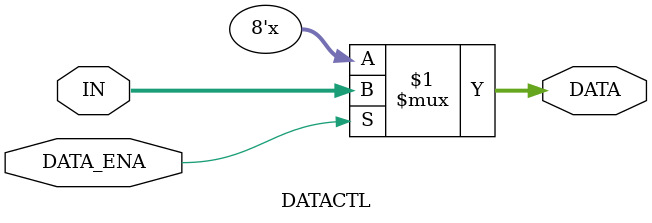
<source format=v>
module DATACTL(IN,DATA_ENA,DATA);
	//数据控制器,用于数据输出
	input[7:0] IN;
	input DATA_ENA;
	output[7:0] DATA;
	
	assign DATA=DATA_ENA?IN:8'bzzzzzzzz;
endmodule

</source>
